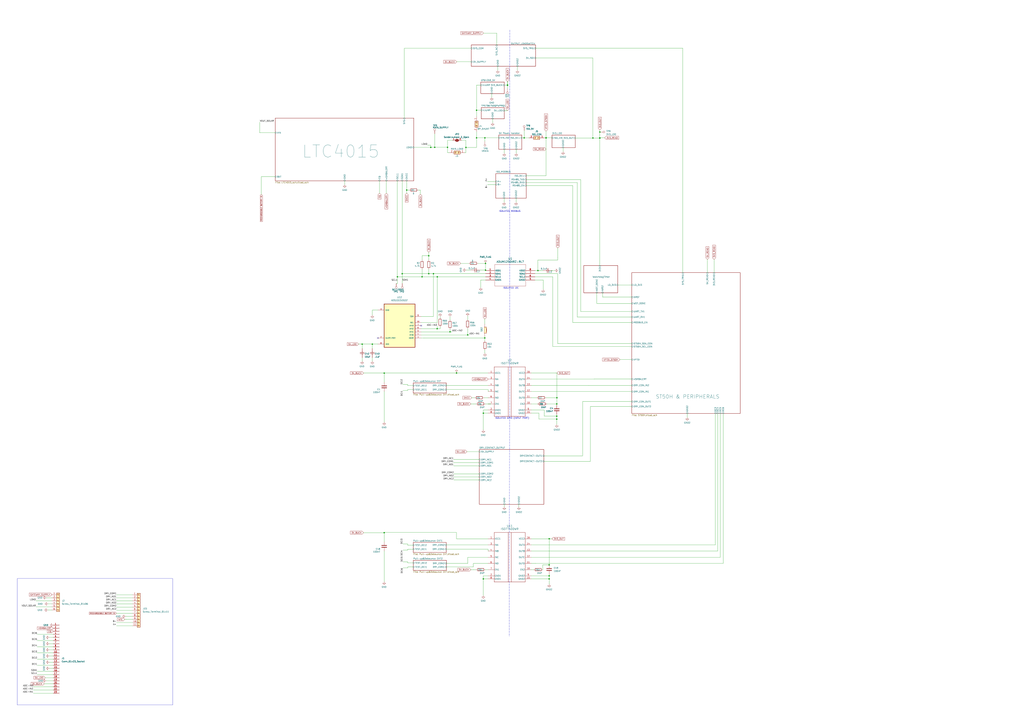
<source format=kicad_sch>
(kicad_sch (version 20231120) (generator "eeschema") (generator_version "8.0")
  (paper "A1")
  (title_block (title "packetRFMS") (date "2024-03-21") (rev "PCB_00132_6A_2124") (company "Packetworx Inc."))
  (junction (at 457.2657 344.4917))
  (junction (at 416.7934 69.9596))
  (junction (at 398.1457 277.7292))
  (junction (at 451.0025 464.2381))
  (junction (at 297.4276 282.8446))
  (junction (at 492.6455 113.396))
  (junction (at 359.0178 270.1739))
  (junction (at 315.5515 306.6443))
  (junction (at 330.2881 224.9531))
  (junction (at 486.9707 113.396))
  (junction (at 356.0023 224.9531))
  (junction (at 396.9635 475.7724))
  (junction (at 457.4197 326.8743))
  (junction (at 448.4365 113.3199))
  (junction (at 334.0051 156.1785))
  (junction (at 457.2693 331.9442))
  (junction (at 451.0025 473.2324))
  (junction (at 451.0025 475.7724))
  (junction (at 448.4365 113.2979))
  (junction (at 396.9881 339.5743))
  (junction (at 357.0378 121.0976))
  (junction (at 398.7384 216.4538))
  (junction (at 369.597 272.6975))
  (junction (at 353.8145 121.125))
  (junction (at 492.6543 113.396))
  (junction (at 384.0715 275.2172))
  (junction (at 326.3824 227.4931))
  (junction (at 391.37 113.2948))
  (junction (at 374.9394 306.5543))
  (junction (at 305.8017 282.8446))
  (junction (at 346.6295 227.4931))
  (junction (at 382.6712 121.1611))
  (junction (at 441.7985 222.3791))
  (junction (at 398.2591 113.2948))
  (junction (at 359.1617 227.4931))
  (junction (at 398.7384 221.9952))
  (junction (at 451.0552 442.7524))
  (junction (at 391.37 90.628))
  (junction (at 352.1398 210.2016))
  (junction (at 492.6732 108.4794))
  (junction (at 352.1413 224.9531))
  (junction (at 315.5269 437.7624))
  (junction (at 457.2657 342.0381))
  (junction (at 367.5337 121.0976))
  (junction (at 430.4871 113.314))
  (junction (at 416.8394 69.9596))
  (no_connect (at 345.9318 267.6339))
  (no_connect (at 310.3718 277.7939))
  (wire (pts (xy 369.597 270.4929) (xy 369.597 272.6975)))
  (wire (pts (xy 442.6515 339.5743) (xy 442.6515 344.4917)))
  (wire (pts (xy 398.2591 113.2948) (xy 409.6467 113.2948)))
  (wire (pts (xy 386.6774 331.9335) (xy 389.2174 331.9335)))
  (wire (pts (xy 408.8234 54.5548) (xy 408.8234 57.6816)))
  (wire (pts (xy 334.9038 462.6737) (xy 339.3815 462.6737)))
  (wire (pts (xy 388.7812 465.9582) (xy 388.7812 463.0724)))
  (wire (pts (xy 438.2056 468.1524) (xy 438.2056 468.1774)))
  (wire (pts (xy 315.5626 321.7416) (xy 315.5515 321.7416)))
  (wire (pts (xy 345.2754 156.1785) (xy 343.6314 156.1785)))
  (wire (pts (xy 441.7985 213.674) (xy 458.0658 213.674)))
  (wire (pts (xy 330.3848 225.0643) (xy 330.2881 225.0643)))
  (wire (pts (xy 439.3784 230.0331) (xy 446.0557 230.0331)))
  (wire (pts (xy 396.9881 337.0343) (xy 400.8529 337.0343)))
  (wire (pts (xy 374.9148 437.6724) (xy 315.5269 437.6724)))
  (wire (pts (xy 416.7934 66.9768) (xy 416.8394 66.9768)))
  (wire (pts (xy 587.5641 339.8822) (xy 587.5641 447.8324)))
  (wire (pts (xy 509.1455 295.5905) (xy 518.8755 295.5905)))
  (wire (pts (xy 346.6295 227.4931) (xy 359.1617 227.4931)))
  (wire (pts (xy 40.5607 539.1478) (xy 43.6875 539.1478)))
  (wire (pts (xy 103.6842 509.1088) (xy 108.8024 509.1088)))
  (wire (pts (xy 446.0557 230.0331) (xy 446.0557 237.8233)))
  (wire (pts (xy 424.0224 122.7677) (xy 424.0224 125.8945)))
  (wire (pts (xy 400.4232 151.6) (xy 407.261 151.6)))
  (wire (pts (xy 384.2529 457.9924) (xy 400.8283 457.9924)))
  (wire (pts (xy 457.9561 224.9531) (xy 439.3784 224.9531)))
  (wire (pts (xy 345.9318 275.2539) (xy 384.0715 275.2539)))
  (wire (pts (xy 439.8237 47.6383) (xy 486.9707 47.6383)))
  (wire (pts (xy 454.0949 284.8602) (xy 518.8755 284.8602)))
  (wire (pts (xy 455.4253 222.3587) (xy 452.8199 222.3587)))
  (wire (pts (xy 432.0702 150.0022) (xy 474.1149 150.0022)))
  (wire (pts (xy 334.9038 461.7595) (xy 334.9038 462.6737)))
  (wire (pts (xy 366.6019 316.7143) (xy 366.6019 316.7453)))
  (wire (pts (xy 346.6295 210.2016) (xy 352.1398 210.2016)))
  (wire (pts (xy 30.5371 554.3878) (xy 43.6875 554.3878)))
  (wire (pts (xy 518.8755 321.7943) (xy 518.8755 321.8511)))
  (wire (pts (xy 457.4197 331.9442) (xy 457.2693 331.9442)))
  (wire (pts (xy 398.2487 277.7292) (xy 398.2487 280.0685)))
  (wire (pts (xy 492.6543 108.4794) (xy 492.6732 108.4794)))
  (wire (pts (xy 95.652 493.8688) (xy 108.8024 493.8688)))
  (wire (pts (xy 29.4695 493.7525) (xy 42.6199 493.7525)))
  (wire (pts (xy 487.9143 311.6343) (xy 487.9143 311.603)))
  (wire (pts (xy 103.6842 509.1166) (xy 103.6842 509.1088)))
  (wire (pts (xy 430.4871 107.2589) (xy 430.4871 113.314)))
  (wire (pts (xy 453.3534 442.7524) (xy 451.0552 442.7524)))
  (wire (pts (xy 457.4197 326.8743) (xy 457.4197 331.9442)))
  (wire (pts (xy 372.5361 382.7664) (xy 393.7164 382.7664)))
  (wire (pts (xy 366.6832 463.0148) (xy 384.2529 463.0148)))
  (wire (pts (xy 440.0578 463.0551) (xy 593.9257 463.0551)))
  (wire (pts (xy 398.7384 221.9952) (xy 398.7384 222.4131)))
  (wire (pts (xy 42.6199 501.3725) (xy 39.2448 501.3725)))
  (wire (pts (xy 454.0949 227.4931) (xy 454.0949 284.8602)))
  (wire (pts (xy 391.37 108.3455) (xy 391.37 113.2948)))
  (wire (pts (xy 457.9561 282.3564) (xy 457.9561 224.9531)))
  (wire (pts (xy 416.7934 72.8698) (xy 416.8639 69.9596)))
  (wire (pts (xy 384.2529 463.0148) (xy 384.2529 457.9924)))
  (wire (pts (xy 339.2756 448.0407) (xy 339.2756 448.026)))
  (wire (pts (xy 384.0715 275.2172) (xy 384.0715 275.2539)))
  (wire (pts (xy 451.0025 471.8581) (xy 451.0025 473.2324)))
  (wire (pts (xy 332.0306 97.0353) (xy 332.0306 39.7385)))
  (wire (pts (xy 507.4163 234.2111) (xy 518.8755 234.2111)))
  (wire (pts (xy 40.5607 534.0678) (xy 43.6875 534.0678)))
  (wire (pts (xy 357.0378 121.0976) (xy 367.5337 121.0976)))
  (wire (pts (xy 484.9372 334.0748) (xy 518.8755 334.0748)))
  (wire (pts (xy 336.0114 156.1785) (xy 334.0051 156.1785)))
  (wire (pts (xy 339.3815 462.6737) (xy 339.3815 462.659)))
  (wire (pts (xy 297.4276 286.3452) (xy 297.4276 282.8446)))
  (wire (pts (xy 351.0589 119.4496) (xy 353.8145 119.4496)))
  (wire (pts (xy 391.37 69.9709) (xy 391.37 90.628)))
  (wire (pts (xy 391.37 90.628) (xy 391.37 95.6455)))
  (wire (pts (xy 298.5864 306.6443) (xy 315.5515 306.6443)))
  (wire (pts (xy 38.041 559.4678) (xy 43.6875 559.4678)))
  (wire (pts (xy 486.9707 47.6383) (xy 486.9707 113.396)))
  (wire (pts (xy 414.1929 414.4855) (xy 414.2024 414.4855)))
  (wire (pts (xy 387.0679 50.8243) (xy 387.0679 50.8063)))
  (wire (pts (xy 345.2754 159.7112) (xy 345.2754 156.1785)))
  (wire (pts (xy 40.5607 544.2278) (xy 43.6875 544.2278)))
  (wire (pts (xy 372.5361 377.6864) (xy 393.7164 377.6864)))
  (wire (pts (xy 442.6515 344.4917) (xy 457.2657 344.4917)))
  (wire (pts (xy 436.3883 475.7724) (xy 451.0025 475.7724)))
  (wire (pts (xy 346.6295 221.2469) (xy 346.6295 227.4931)))
  (wire (pts (xy 382.6712 125.3315) (xy 381.7262 125.3315)))
  (wire (pts (xy 403.0677 331.9543) (xy 400.8529 331.9543)))
  (wire (pts (xy 398.1457 277.7292) (xy 398.2487 277.7292)))
  (wire (pts (xy 359.1617 227.4931) (xy 398.7384 227.4931)))
  (wire (pts (xy 492.6543 113.396) (xy 492.6543 218.2473)))
  (wire (pts (xy 382.8083 221.9983) (xy 385.3483 221.9983)))
  (wire (pts (xy 451.0025 473.2324) (xy 451.0025 475.7724)))
  (wire (pts (xy 384.0715 270.1155) (xy 384.0715 275.2172)))
  (wire (pts (xy 396.9635 473.2324) (xy 396.9635 475.7724)))
  (wire (pts (xy 384.0629 262.4955) (xy 384.0715 262.4955)))
  (wire (pts (xy 359.1617 265.0939) (xy 359.1617 227.4931)))
  (wire (pts (xy 451.0178 480.052) (xy 451.0178 475.7724)))
  (wire (pts (xy 398.601 468.1524) (xy 400.8283 468.1524)))
  (wire (pts (xy 95.652 491.3288) (xy 108.8024 491.3288)))
  (wire (pts (xy 400.8529 339.5743) (xy 396.9881 339.5743)))
  (wire (pts (xy 95.652 514.1888) (xy 108.8024 514.1888)))
  (wire (pts (xy 394.3655 221.9952) (xy 398.7384 221.9952)))
  (wire (pts (xy 352.1413 224.9531) (xy 356.0023 224.9531)))
  (wire (pts (xy 366.5773 451.3252) (xy 400.8283 451.3252)))
  (wire (pts (xy 367.5337 115.3454) (xy 367.5337 121.0976)))
  (wire (pts (xy 400.8283 447.8324) (xy 366.5773 447.8324)))
  (wire (pts (xy 416.8394 69.9596) (xy 416.7934 69.9596)))
  (wire (pts (xy 483.4916 316.7143) (xy 436.4129 316.7143)))
  (wire (pts (xy 339.8788 121.125) (xy 353.8145 121.125)))
  (wire (pts (xy 432.0702 144.4987) (xy 448.4365 144.4987)))
  (wire (pts (xy 305.8017 296.7605) (xy 305.8087 296.7605)))
  (wire (pts (xy 389.1928 468.1524) (xy 390.981 468.1524)))
  (wire (pts (xy 297.4276 296.7262) (xy 297.4003 296.7262)))
  (wire (pts (xy 334.9038 465.9876) (xy 339.3815 465.9876)))
  (wire (pts (xy 331.064 466.7532) (xy 334.9038 466.7532)))
  (wire (pts (xy 593.9257 463.0551) (xy 593.9257 339.8822)))
  (wire (pts (xy 430.4871 113.3199) (xy 430.4871 113.314)))
  (wire (pts (xy 382.6712 121.1611) (xy 382.6712 125.3315)))
  (wire (pts (xy 391.37 121.1611) (xy 382.6712 121.1611)))
  (wire (pts (xy 492.6455 113.396) (xy 492.6543 113.396)))
  (wire (pts (xy 457.281 348.7713) (xy 457.281 344.4917)))
  (wire (pts (xy 345.9318 272.7139) (xy 369.597 272.7139)))
  (wire (pts (xy 518.8755 265.0207) (xy 470.3692 265.0207)))
  (wire (pts (xy 436.3883 452.9124) (xy 589.4019 452.9124)))
  (wire (pts (xy 348.1568 277.7292) (xy 348.1568 277.7939)))
  (wire (pts (xy 315.5515 306.6443) (xy 315.5515 306.5543)))
  (wire (pts (xy 366.6832 465.9582) (xy 388.7812 465.9582)))
  (wire (pts (xy 403.8578 76.8469) (xy 403.8578 79.9737)))
  (wire (pts (xy 457.281 344.4917) (xy 457.2657 344.4917)))
  (wire (pts (xy 330.2881 224.9531) (xy 352.1413 224.9531)))
  (wire (pts (xy 305.8017 293.9652) (xy 305.8017 296.7605)))
  (wire (pts (xy 387.3905 326.8727) (xy 389.8291 326.8727)))
  (wire (pts (xy 448.4365 113.2979) (xy 448.4365 113.3199)))
  (wire (pts (xy 95.652 511.6488) (xy 108.8024 511.6488)))
  (wire (pts (xy 326.3824 227.4931) (xy 346.6295 227.4931)))
  (wire (pts (xy 492.6732 106.7229) (xy 492.6732 108.4794)))
  (wire (pts (xy 396.9635 473.2324) (xy 400.8283 473.2324)))
  (wire (pts (xy 441.7985 213.674) (xy 441.7985 222.3791)))
  (wire (pts (xy 332.0306 39.7385) (xy 387.0679 39.7385)))
  (wire (pts (xy 396.9635 475.7724) (xy 396.9635 489.3797)))
  (wire (pts (xy 95.652 504.0288) (xy 108.8024 504.0288)))
  (wire (pts (xy 95.652 501.4888) (xy 108.8024 501.4888)))
  (wire (pts (xy 330.9352 316.0084) (xy 334.8225 316.0084)))
  (wire (pts (xy 436.4129 321.7943) (xy 518.8755 321.7943)))
  (wire (pts (xy 40.5607 523.9078) (xy 43.6875 523.9078)))
  (wire (pts (xy 382.6712 115.3454) (xy 382.6712 121.1611)))
  (wire (pts (xy 518.8755 249.3403) (xy 490.1519 249.3403)))
  (wire (pts (xy 436.3883 468.1524) (xy 438.2056 468.1524)))
  (wire (pts (xy 458.0658 211.575) (xy 458.0767 211.575)))
  (wire (pts (xy 369.0262 125.3315) (xy 367.5337 125.3315)))
  (wire (pts (xy 102.3407 509.1166) (xy 103.6842 509.1166)))
  (wire (pts (xy 476.8619 255.9782) (xy 518.8755 255.9782)))
  (wire (pts (xy 586.447 213.1597) (xy 586.447 224.0548)))
  (wire (pts (xy 400.8283 451.3252) (xy 400.8283 452.9124)))
  (wire (pts (xy 414.2431 69.9596) (xy 416.7934 69.9596)))
  (wire (pts (xy 457.4197 306.56) (xy 456.312 306.56)))
  (wire (pts (xy 384.0629 259.8019) (xy 384.0629 262.4955)))
  (wire (pts (xy 436.3883 447.8324) (xy 587.5641 447.8324)))
  (wire (pts (xy 297.4276 293.9652) (xy 297.4276 296.7262)))
  (wire (pts (xy 283.0603 148.6429) (xy 283.0603 151.7697)))
  (wire (pts (xy 385.3483 221.9983) (xy 385.3483 221.9952)))
  (wire (pts (xy 436.4129 326.8743) (xy 440.829 326.8743)))
  (wire (pts (xy 486.9707 113.396) (xy 492.6455 113.396)))
  (wire (pts (xy 400.8283 442.7524) (xy 374.9148 442.7524)))
  (wire (pts (xy 518.8755 282.3564) (xy 457.9561 282.3564)))
  (wire (pts (xy 398.1457 262.1411) (xy 398.2144 262.1411)))
  (wire (pts (xy 458.0658 211.575) (xy 458.0658 213.674)))
  (wire (pts (xy 386.6528 468.1592) (xy 389.1928 468.1592)))
  (wire (pts (xy 456.312 306.5543) (xy 436.4129 306.5543)))
  (wire (pts (xy 353.8145 119.4496) (xy 353.8145 121.125)))
  (wire (pts (xy 346.6295 213.6269) (xy 346.6295 210.2016)))
  (wire (pts (xy 345.9318 260.0139) (xy 356.0023 260.0139)))
  (wire (pts (xy 428.6412 113.314) (xy 430.4871 113.314)))
  (wire (pts (xy 436.4129 331.9442) (xy 436.4129 331.9543)))
  (wire (pts (xy 213.2325 109.1378) (xy 226.1059 109.1378)))
  (wire (pts (xy 40.5607 528.9878) (xy 43.6875 528.9878)))
  (wire (pts (xy 359.0178 270.1739) (xy 361.4374 270.1739)))
  (wire (pts (xy 367.5337 125.3315) (xy 367.5337 121.0976)))
  (wire (pts (xy 226.1059 145.2314) (xy 214.6099 145.2314)))
  (wire (pts (xy 398.2591 116.1425) (xy 398.2591 113.2948)))
  (wire (pts (xy 400.8283 475.7724) (xy 396.9635 475.7724)))
  (wire (pts (xy 330.9106 447.1265) (xy 334.7979 447.1265)))
  (wire (pts (xy 334.8225 321.0021) (xy 334.8225 320.2365)))
  (wire (pts (xy 457.4197 306.56) (xy 457.4197 326.8743)))
  (wire (pts (xy 330.2881 224.9531) (xy 330.2881 225.0643)))
  (wire (pts (xy 414.1759 90.8277) (xy 416.7967 90.8277)))
  (wire (pts (xy 446.7377 374.6092) (xy 478.4531 374.6092)))
  (wire (pts (xy 394.8321 230.0331) (xy 394.8321 236.278)))
  (wire (pts (xy 445.8256 464.2381) (xy 451.0025 464.2381)))
  (wire (pts (xy 398.6256 331.9267) (xy 403.0677 331.9267)))
  (wire (pts (xy 400.8529 316.7143) (xy 366.6019 316.7143)))
  (wire (pts (xy 214.6099 145.2314) (xy 214.6099 159.7333)))
  (wire (pts (xy 315.5269 437.7624) (xy 315.5269 445.2397)))
  (wire (pts (xy 440.0578 463.0551) (xy 440.0578 463.0724)))
  (wire (pts (xy 457.2657 340.5774) (xy 457.2657 342.0381)))
  (wire (pts (xy 452.8199 222.3587) (xy 452.8199 222.3791)))
  (wire (pts (xy 398.7384 230.0331) (xy 394.8321 230.0331)))
  (wire (pts (xy 432.0702 147.5611) (xy 476.8619 147.5611)))
  (wire (pts (xy 457.2693 332.9574) (xy 457.2657 332.9574)))
  (wire (pts (xy 451.0552 464.2381) (xy 451.0552 442.7524)))
  (wire (pts (xy 339.3002 316.9226) (xy 339.3002 316.9079)))
  (wire (pts (xy 334.7979 448.0407) (xy 339.2756 448.0407)))
  (wire (pts (xy 226.1059 109.1378) (xy 226.1059 109.0984)))
  (wire (pts (xy 30.5371 531.5278) (xy 43.6875 531.5278)))
  (wire (pts (xy 398.7384 216.4538) (xy 398.7384 221.9952)))
  (wire (pts (xy 315.538 477.9975) (xy 315.538 452.8597)))
  (wire (pts (xy 355.0401 121.125) (xy 355.0401 121.0976)))
  (wire (pts (xy 436.3883 473.2324) (xy 451.0025 473.2324)))
  (wire (pts (xy 294.4303 282.8446) (xy 297.4276 282.8446)))
  (wire (pts (xy 361.4367 260.2596) (xy 361.4367 261.0314)))
  (wire (pts (xy 367.5337 115.3454) (xy 371.5036 115.3454)))
  (wire (pts (xy 518.8755 260.5718) (xy 474.1149 260.5718)))
  (wire (pts (xy 315.5269 437.7624) (xy 315.5269 437.6724)))
  (wire (pts (xy 448.4365 107.7496) (xy 448.4365 113.2979)))
  (wire (pts (xy 40.5607 549.3078) (xy 43.6875 549.3078)))
  (wire (pts (xy 391.37 113.2948) (xy 398.2591 113.2948)))
  (wire (pts (xy 103.1381 506.5688) (xy 108.8024 506.5688)))
  (wire (pts (xy 317.3572 148.6429) (xy 317.4264 148.6429)))
  (wire (pts (xy 518.8755 244.2279) (xy 494.878 244.2279)))
  (wire (pts (xy 400.3146 149.1146) (xy 407.261 149.1146)))
  (wire (pts (xy 30.5371 541.6878) (xy 43.6875 541.6878)))
  (wire (pts (xy 326.4317 227.6043) (xy 326.4317 232.9678)))
  (wire (pts (xy 564.4258 339.8822) (xy 564.4258 343.009)))
  (wire (pts (xy 374.9394 306.5543) (xy 315.5515 306.5543)))
  (wire (pts (xy 348.1568 277.7939) (xy 345.9318 277.7939)))
  (wire (pts (xy 400.8529 306.5543) (xy 374.9394 306.5543)))
  (wire (pts (xy 326.4317 227.6043) (xy 326.3611 227.6043)))
  (wire (pts (xy 355.0401 121.0976) (xy 357.0378 121.0976)))
  (wire (pts (xy 326.3611 227.4931) (xy 326.3824 227.4931)))
  (wire (pts (xy 398.1457 266.2724) (xy 398.1457 262.1411)))
  (wire (pts (xy 462.4353 121.4215) (xy 462.4353 124.5483)))
  (wire (pts (xy 458.0767 211.575) (xy 458.0767 203.7654)))
  (wire (pts (xy 369.5884 262.8729) (xy 369.597 262.8729)))
  (wire (pts (xy 326.3611 227.4931) (xy 326.3611 227.6043)))
  (wire (pts (xy 334.0051 156.1785) (xy 334.0051 158.8356)))
  (wire (pts (xy 518.8755 316.6873) (xy 483.4916 316.6873)))
  (wire (pts (xy 357.0378 109.9171) (xy 357.0378 121.0976)))
  (wire (pts (xy 446.7377 379.103) (xy 484.9372 379.103)))
  (wire (pts (xy 371.313 272.6975) (xy 369.597 272.6975)))
  (wire (pts (xy 305.8017 282.8446) (xy 310.3718 282.8446)))
  (wire (pts (xy 394.8984 69.9709) (xy 391.37 69.9709)))
  (wire (pts (xy 330.9581 452.1202) (xy 334.7979 452.1202)))
  (wire (pts (xy 457.2693 331.9442) (xy 457.2693 332.9574)))
  (wire (pts (xy 448.4365 144.4987) (xy 448.4365 113.3199)))
  (wire (pts (xy 392.6483 216.4538) (xy 398.7384 216.4538)))
  (wire (pts (xy 345.9318 265.0939) (xy 359.1617 265.0939)))
  (wire (pts (xy 317.3572 158.8356) (xy 317.3572 148.6429)))
  (wire (pts (xy 305.7873 258.8694) (xy 305.7873 254.9339)))
  (wire (pts (xy 29.4695 498.8325) (xy 42.6199 498.8325)))
  (wire (pts (xy 374.9148 442.7524) (xy 374.9148 437.6724)))
  (wire (pts (xy 334.7979 451.3546) (xy 339.2756 451.3546)))
  (wire (pts (xy 436.4129 339.5743) (xy 442.6515 339.5743)))
  (wire (pts (xy 352.1398 213.6269) (xy 352.1413 213.6269)))
  (wire (pts (xy 391.37 113.2948) (xy 391.37 121.1611)))
  (wire (pts (xy 326.3824 227.4931) (xy 326.3824 148.6429)))
  (wire (pts (xy 30.5371 521.3678) (xy 43.6875 521.3678)))
  (wire (pts (xy 27.3734 569.6278) (xy 43.6875 569.6278)))
  (wire (pts (xy 432.0702 152.4875) (xy 470.3692 152.4875)))
  (wire (pts (xy 310.3718 282.8446) (xy 310.3718 282.8739)))
  (wire (pts (xy 30.5371 546.7678) (xy 43.6875 546.7678)))
  (wire (pts (xy 398.2487 287.6885) (xy 398.2487 290.2406)))
  (wire (pts (xy 474.1149 260.5718) (xy 474.1149 150.0022)))
  (wire (pts (xy 315.538 452.8597) (xy 315.5269 452.8597)))
  (wire (pts (xy 436.3883 457.9924) (xy 591.5224 457.9924)))
  (wire (pts (xy 439.3784 227.4931) (xy 454.0949 227.4931)))
  (wire (pts (xy 396.9881 339.5743) (xy 396.9881 353.1816)))
  (wire (pts (xy 315.5626 346.8794) (xy 315.5626 321.7416)))
  (wire (pts (xy 375.1029 50.8243) (xy 387.0679 50.8243)))
  (wire (pts (xy 393.7164 377.6864) (xy 393.7164 377.7234)))
  (wire (pts (xy 440.0578 463.0724) (xy 436.3883 463.0724)))
  (wire (pts (xy 298.5618 437.7624) (xy 315.5269 437.7624)))
  (wire (pts (xy 38.0698 491.2125) (xy 42.6199 491.2125)))
  (wire (pts (xy 476.8619 147.5611) (xy 476.8619 255.9782)))
  (wire (pts (xy 345.9318 270.1739) (xy 359.0178 270.1739)))
  (wire (pts (xy 30.5371 536.6078) (xy 43.6875 536.6078)))
  (wire (pts (xy 404.5539 97.6827) (xy 404.5539 100.8095)))
  (wire (pts (xy 352.1398 210.2016) (xy 352.1398 213.6269)))
  (wire (pts (xy 330.9827 321.0021) (xy 334.8225 321.0021)))
  (wire (pts (xy 484.9372 379.103) (xy 484.9372 334.0748)))
  (wire (pts (xy 436.4129 331.9442) (xy 441.4573 331.9442)))
  (wire (pts (xy 311.6896 158.8356) (xy 311.6896 148.6429)))
  (wire (pts (xy 413.988 162.9858) (xy 413.988 166.1126)))
  (wire (pts (xy 330.3848 232.9203) (xy 330.3848 225.0643)))
  (wire (pts (xy 356.0023 260.0139) (xy 356.0023 224.9531)))
  (wire (pts (xy 416.8394 66.9768) (xy 416.8394 69.9596)))
  (wire (pts (xy 331.0165 461.7595) (xy 334.9038 461.7595)))
  (wire (pts (xy 453.3497 113.2979) (xy 453.3497 113.396)))
  (wire (pts (xy 369.5884 260.1793) (xy 369.5884 262.8729)))
  (wire (pts (xy 416.7934 66.9768) (xy 416.7934 69.9596)))
  (wire (pts (xy 452.8199 222.3791) (xy 453.6234 222.3791)))
  (wire (pts (xy 356.0023 224.9531) (xy 398.7384 224.9531)))
  (wire (pts (xy 385.4499 275.2172) (xy 384.0715 275.2172)))
  (wire (pts (xy 27.4345 564.5478) (xy 43.6875 564.5478)))
  (wire (pts (xy 315.5515 306.6443) (xy 315.5515 314.1216)))
  (wire (pts (xy 297.4276 282.8446) (xy 305.8017 282.8446)))
  (wire (pts (xy 492.6543 113.396) (xy 492.6543 108.4794)))
  (wire (pts (xy 334.0051 148.6429) (xy 334.0051 156.1785)))
  (wire (pts (xy 348.1568 277.7292) (xy 398.1457 277.7292)))
  (wire (pts (xy 436.4129 311.6343) (xy 487.9143 311.6343)))
  (wire (pts (xy 451.0178 475.7724) (xy 451.0025 475.7724)))
  (wire (pts (xy 334.8225 320.2365) (xy 339.3002 320.2365)))
  (wire (pts (xy 334.9038 466.7532) (xy 334.9038 465.9876)))
  (wire (pts (xy 361.4374 270.1739) (xy 361.4374 268.6514)))
  (wire (pts (xy 334.7979 447.1265) (xy 334.7979 448.0407)))
  (wire (pts (xy 379.1236 115.3454) (xy 382.6712 115.3454)))
  (wire (pts (xy 30.5371 526.4478) (xy 43.6875 526.4478)))
  (wire (pts (xy 398.1457 276.4324) (xy 398.1457 277.7292)))
  (wire (pts (xy 426.1474 414.4855) (xy 426.1474 416.4702)))
  (wire (pts (xy 451.0025 464.2381) (xy 451.0552 464.2381)))
  (wire (pts (xy 456.312 306.56) (xy 456.312 306.5543)))
  (wire (pts (xy 397.4491 326.8727) (xy 400.8529 326.8727)))
  (wire (pts (xy 492.6455 113.2796) (xy 492.6455 113.396)))
  (wire (pts (xy 407.8978 36.9272) (xy 407.8978 27.1695)))
  (wire (pts (xy 398.2487 290.2406) (xy 398.313 290.2406)))
  (wire (pts (xy 478.4531 374.6092) (xy 478.4531 330.0804)))
  (wire (pts (xy 434.4219 113.3199) (xy 430.4871 113.3199)))
  (wire (pts (xy 483.4916 316.6873) (xy 483.4916 316.7143)))
  (wire (pts (xy 414.1695 122.7677) (xy 414.1695 125.8945)))
  (wire (pts (xy 445.8256 468.1774) (xy 445.8256 464.2381)))
  (wire (pts (xy 359.0178 268.1875) (xy 359.0178 270.1739)))
  (wire (pts (xy 416.8394 69.9596) (xy 416.8639 69.9596)))
  (wire (pts (xy 457.2657 342.0381) (xy 457.2657 344.4917)))
  (wire (pts (xy 366.6019 320.2071) (xy 400.8529 320.2071)))
  (wire (pts (xy 470.3692 265.0207) (xy 470.3692 152.4875)))
  (wire (pts (xy 581.0211 224.0548) (xy 580.9048 224.0548)))
  (wire (pts (xy 389.2174 331.9335) (xy 389.2174 331.9267)))
  (wire (pts (xy 352.1398 207.2553) (xy 352.1398 210.2016)))
  (wire (pts (xy 448.4365 113.2979) (xy 453.3497 113.2979)))
  (wire (pts (xy 447.1219 113.3199) (xy 448.4365 113.3199)))
  (wire (pts (xy 334.7979 452.1202) (xy 334.7979 451.3546)))
  (wire (pts (xy 369.597 272.6975) (xy 369.597 272.7139)))
  (wire (pts (xy 487.9143 311.603) (xy 518.8755 311.603)))
  (wire (pts (xy 449.0773 331.9442) (xy 457.2693 331.9442)))
  (wire (pts (xy 446.0034 222.3791) (xy 441.7985 222.3791)))
  (wire (pts (xy 372.6824 389.3622) (xy 393.7164 389.3622)))
  (wire (pts (xy 366.5773 447.8324) (xy 366.5773 447.8634)))
  (wire (pts (xy 37.1278 556.9278) (xy 43.6875 556.9278)))
  (wire (pts (xy 389.1928 468.1592) (xy 389.1928 468.1524)))
  (wire (pts (xy 397.0121 27.1695) (xy 407.8978 27.1695)))
  (wire (pts (xy 441.7985 222.3791) (xy 441.7985 222.4131)))
  (wire (pts (xy 451.0552 442.7524) (xy 436.3883 442.7524)))
  (wire (pts (xy 27.3728 567.0878) (xy 43.6875 567.0878)))
  (wire (pts (xy 439.8237 39.7002) (xy 560.8446 39.7002)))
  (wire (pts (xy 589.4019 339.8822) (xy 589.4019 452.9124)))
  (wire (pts (xy 95.652 496.4088) (xy 108.8024 496.4088)))
  (wire (pts (xy 95.652 498.9488) (xy 108.8024 498.9488)))
  (wire (pts (xy 305.7873 254.9339) (xy 310.3718 254.9339)))
  (wire (pts (xy 447.039 337.0343) (xy 447.039 342.0381)))
  (wire (pts (xy 325.3911 232.9678) (xy 326.4317 232.9678)))
  (wire (pts (xy 447.039 342.0381) (xy 457.2657 342.0381)))
  (wire (pts (xy 494.878 244.2279) (xy 494.878 240.6408)))
  (wire (pts (xy 581.0211 213.1597) (xy 581.0211 224.0548)))
  (wire (pts (xy 424.9801 54.5548) (xy 424.9801 57.6816)))
  (wire (pts (xy 409.6467 113.2948) (xy 409.6467 113.2253)))
  (wire (pts (xy 30.5371 551.8478) (xy 43.6875 551.8478)))
  (wire (pts (xy 378.2901 216.4538) (xy 385.0283 216.4538)))
  (wire (pts (xy 400.8529 320.2071) (xy 400.8529 321.7943)))
  (wire (pts (xy 423.8331 162.9858) (xy 423.8331 166.1126)))
  (wire (pts (xy 361.4367 261.0314) (xy 361.4374 261.0314)))
  (wire (pts (xy 372.5361 380.2264) (xy 393.7164 380.2264)))
  (wire (pts (xy 396.9881 337.0343) (xy 396.9881 339.5743)))
  (wire (pts (xy 334.8225 316.0084) (xy 334.8225 316.9226)))
  (polyline (pts (xy 418.8019 24.6215) (xy 418.3091 523.1742)) (stroke (width 0) (type dash)))
  (wire (pts (xy 388.7812 463.0724) (xy 400.8283 463.0724)))
  (wire (pts (xy 403.0677 331.9267) (xy 403.0677 331.9543)))
  (wire (pts (xy 496.5999 113.2796) (xy 492.6455 113.2796)))
  (wire (pts (xy 95.652 488.7888) (xy 108.8024 488.7888)))
  (wire (pts (xy 393.7164 371.2057) (xy 383.4652 371.2057)))
  (wire (pts (xy 414.1929 416.4702) (xy 414.1929 414.4855)))
  (wire (pts (xy 393.7164 394.4422) (xy 393.7164 394.5492)))
  (wire (pts (xy 39.4931 496.2925) (xy 42.6199 496.2925)))
  (wire (pts (xy 441.7985 222.4131) (xy 439.3784 222.4131)))
  (wire (pts (xy 472.3997 113.396) (xy 486.9707 113.396)))
  (wire (pts (xy 372.6824 391.9022) (xy 393.7164 391.9022)))
  (wire (pts (xy 591.5224 339.8822) (xy 591.5224 457.9924)))
  (wire (pts (xy 334.8225 316.9226) (xy 339.3002 316.9226)))
  (wire (pts (xy 213.2325 100.4032) (xy 213.2325 109.1378)))
  (wire (pts (xy 372.6824 394.4422) (xy 393.7164 394.4422)))
  (wire (pts (xy 305.8017 286.3452) (xy 305.8017 282.8446)))
  (wire (pts (xy 353.8145 121.125) (xy 355.0401 121.125)))
  (wire (pts (xy 478.4531 330.0804) (xy 518.8755 330.0804)))
  (wire (pts (xy 560.8446 39.7002) (xy 560.8446 224.0548)))
  (wire (pts (xy 490.1519 249.3403) (xy 490.1519 240.6408)))
  (wire (pts (xy 352.1413 221.2469) (xy 352.1413 224.9531)))
  (wire (pts (xy 448.449 326.8743) (xy 457.4197 326.8743)))
  (wire (pts (xy 436.4129 337.0343) (xy 447.039 337.0343)))
  (wire (pts (xy 395.1972 90.628) (xy 391.37 90.628)))
  (wire (pts (xy 330.2881 148.6429) (xy 330.2881 224.9531)))
  (wire (pts (xy 389.2174 331.9267) (xy 391.0056 331.9267)))
  (wire (pts (xy 385.3483 221.9952) (xy 386.7455 221.9952)))
  (wire (pts (xy 36.315 562.0078) (xy 43.6875 562.0078)))
  (wire (pts (xy 400.8529 326.8727) (xy 400.8529 326.8743)))
  (rectangle (start 14.1699 475.4776) (end 141.8454 579.3704))
  (text "ISOLATED GPIO (INPUT PART)\n\n" (at 406.5816 346.5096 0) (effects (font (size 1.27 1.27)) (justify left bottom)))
  (text "ISOLATED I2C\n\n" (at 413.146 239.5607 0) (effects (font (size 1.27 1.27)) (justify left bottom)))
  (text "ISOLATED MODBUS\n" (at 409.8284 174.4518 0) (effects (font (size 1.27 1.27)) (justify left bottom)))
  (label "ADC-IN2" (at 27.3728 567.0878 180))
  (label "SDA1" (at 330.3848 231.0457 0))
  (label "SCL1" (at 326.4317 231.1641 180))
  (label "DCI2" (at 30.5371 541.6878 180))
  (label "DRY_NO1" (at 95.652 491.3288 180))
  (label "SDA1" (at 30.5371 551.8478 180))
  (label "A+" (at 400.3146 149.1146 90))
  (label "DCI3" (at 30.5371 536.6078 180))
  (label "DRY_COM1" (at 95.652 488.7888 180))
  (label "VOUT_SOLAR" (at 213.2325 100.4032 0))
  (label "B-" (at 400.4232 151.6 270))
  (label "DCI4" (at 30.5371 531.5278 180))
  (label "DCI4" (at 330.9581 452.1202 270))
  (label "SCL1" (at 30.5371 554.3878 180))
  (label "DRY_NC2" (at 372.6824 394.4422 180))
  (label "DRY_NC1" (at 95.652 493.8688 180))
  (label "B-" (at 95.652 511.6488 180))
  (label "LOAD" (at 29.4695 493.7525 180))
  (label "DCI6" (at 30.5371 521.3678 180))
  (label "DCI6" (at 331.064 466.7532 270))
  (label "DRY_NC2" (at 95.652 501.4888 180))
  (label "DCI1" (at 30.5371 546.7678 180))
  (label "ADC-IN2" (at 371.313 272.6975 0))
  (label "ADC-IN1" (at 27.3734 569.6278 180))
  (label "DRY_NO1" (at 372.5361 382.7664 180))
  (label "DCI5" (at 30.5371 526.4478 180))
  (label "DCI2" (at 330.9352 316.0084 90))
  (label "DRY_NC1" (at 372.5361 377.6864 180))
  (label "DRY_COM2" (at 95.652 498.9488 180))
  (label "DRY_NO2" (at 372.6824 391.9022 180))
  (label "DRY_COM1" (at 372.5361 380.2264 180))
  (label "DRY_NO2" (at 95.652 496.4088 180))
  (label "A+" (at 95.652 514.1888 180))
  (label "VOUT_SOLAR" (at 29.4695 498.8325 180))
  (label "LOAD" (at 351.0589 119.4496 180))
  (label "DCI1" (at 330.9827 321.0021 270))
  (label "ADC-IN1" (at 385.4499 275.2172 0))
  (label "ADC-IN3" (at 27.4345 564.5478 180))
  (label "DCI3" (at 330.9106 447.1265 90))
  (label "ADC-IN3" (at 359.0178 268.1875 180))
  (label "DRY_COM2" (at 372.6824 389.3622 180))
  (label "DCI5" (at 331.0165 461.7595 90))
  (global_label "5V_LDO" (shape input) (at 383.4652 371.2057 180) (property "Intersheetrefs" "${INTERSHEET_REFS}" (effects (hide yes))))
  (global_label "3V_BUCK" (shape input) (at 386.6774 331.9335 180) (property "Intersheetrefs" "${INTERSHEET_REFS}" (effects (hide yes))))
  (global_label "GATEWAY_SUPPLY" (shape input) (at 397.0121 27.1695 180) (property "Intersheetrefs" "${INTERSHEET_REFS}" (effects (hide yes))))
  (global_label "NTC" (shape input) (at 102.3407 509.1166 180) (property "Intersheetrefs" "${INTERSHEET_REFS}" (effects (hide yes))))
  (global_label "3V_BUCK" (shape input) (at 298.5618 437.7624 180) (property "Intersheetrefs" "${INTERSHEET_REFS}" (effects (hide yes))))
  (global_label "DVCC" (shape input) (at 334.0051 158.8356 270) (property "Intersheetrefs" "${INTERSHEET_REFS}" (effects (hide yes))))
  (global_label "3V_BUCK" (shape input) (at 352.1398 207.2553 90) (property "Intersheetrefs" "${INTERSHEET_REFS}" (effects (hide yes))))
  (global_label "3V_BUCK" (shape input) (at 298.5864 306.6443 180) (property "Intersheetrefs" "${INTERSHEET_REFS}" (effects (hide yes))))
  (global_label "nSMBALERT" (shape input) (at 400.8529 311.6343 180) (property "Intersheetrefs" "${INTERSHEET_REFS}" (effects (hide yes))))
  (global_label "3V3_READ" (shape input) (at 586.447 213.1597 90) (property "Intersheetrefs" "${INTERSHEET_REFS}" (effects (hide yes))))
  (global_label "3V3_OUT" (shape input) (at 458.0767 203.7654 90) (property "Intersheetrefs" "${INTERSHEET_REFS}" (effects (hide yes))))
  (global_label "nSMBALERT" (shape input) (at 317.3572 158.8356 270) (property "Intersheetrefs" "${INTERSHEET_REFS}" (effects (hide yes))))
  (global_label "5V_LDO" (shape input) (at 398.2144 262.1411 90) (property "Intersheetrefs" "${INTERSHEET_REFS}" (effects (hide yes))))
  (global_label "RECHARGEABLE BATTERY IN" (shape input) (at 214.6099 159.7333 270) (effects (font (size 1 1))) (property "Intersheetrefs" "${INTERSHEET_REFS}" (effects (hide yes))))
  (global_label "3V_BUCK" (shape input) (at 386.6528 468.1592 180) (property "Intersheetrefs" "${INTERSHEET_REFS}" (effects (hide yes))))
  (global_label "5V_READ" (shape input) (at 448.4365 122.5111 180) (property "Intersheetrefs" "${INTERSHEET_REFS}" (effects (hide yes))))
  (global_label "DVCC" (shape input) (at 387.3905 326.8727 180) (property "Intersheetrefs" "${INTERSHEET_REFS}" (effects (hide yes))))
  (global_label "GATEWAY_SUPPLY" (shape input) (at 42.6199 488.6725 180) (property "Intersheetrefs" "${INTERSHEET_REFS}" (effects (hide yes))))
  (global_label "3V_BUCK" (shape input) (at 416.8394 66.9768 90) (property "Intersheetrefs" "${INTERSHEET_REFS}" (effects (hide yes))))
  (global_label "RECHARGEABLE BATTERY IN" (shape input) (at 95.652 504.0288 180) (effects (font (size 1 1))) (property "Intersheetrefs" "${INTERSHEET_REFS}" (effects (hide yes))))
  (global_label "VFTDI_ST50H" (shape input) (at 509.1455 295.5905 180) (property "Intersheetrefs" "${INTERSHEET_REFS}" (effects (hide yes))))
  (global_label "3V3_OUT" (shape input) (at 457.4197 306.56 0) (property "Intersheetrefs" "${INTERSHEET_REFS}" (effects (hide yes))))
  (global_label "3V3_OUT" (shape input) (at 492.6732 106.7229 90) (property "Intersheetrefs" "${INTERSHEET_REFS}" (effects (hide yes))))
  (global_label "EQ" (shape input) (at 43.6875 518.8278 180) (property "Intersheetrefs" "${INTERSHEET_REFS}" (effects (hide yes))))
  (global_label "VFTDI_ST50H" (shape input) (at 448.4365 107.7496 90) (property "Intersheetrefs" "${INTERSHEET_REFS}" (effects (hide yes))))
  (global_label "nSMBALERT" (shape input) (at 43.6875 516.2878 180) (property "Intersheetrefs" "${INTERSHEET_REFS}" (effects (hide yes))))
  (global_label "5V_LDO" (shape input) (at 416.7967 90.8277 90) (property "Intersheetrefs" "${INTERSHEET_REFS}" (effects (hide yes))))
  (global_label "EQ" (shape input) (at 311.6896 158.8356 270) (property "Intersheetrefs" "${INTERSHEET_REFS}" (effects (hide yes))))
  (global_label "3V_BUCK" (shape input) (at 345.2754 159.7112 270) (property "Intersheetrefs" "${INTERSHEET_REFS}" (effects (hide yes))))
  (global_label "3V_BUCK" (shape input) (at 375.1029 50.8243 180) (property "Intersheetrefs" "${INTERSHEET_REFS}" (effects (hide yes))))
  (global_label "5V_LDO" (shape input) (at 294.4303 282.8446 180) (property "Intersheetrefs" "${INTERSHEET_REFS}" (effects (hide yes))))
  (global_label "3V_BUCK" (shape input) (at 36.315 562.0078 180) (property "Intersheetrefs" "${INTERSHEET_REFS}" (effects (hide yes))))
  (global_label "5V_LDO" (shape input) (at 37.1278 556.9278 180) (property "Intersheetrefs" "${INTERSHEET_REFS}" (effects (hide yes))))
  (global_label "3V3_READ" (shape input) (at 496.5999 113.2796 0) (property "Intersheetrefs" "${INTERSHEET_REFS}" (effects (hide yes))))
  (global_label "3V3_OUT" (shape input) (at 453.3534 442.7524 0) (property "Intersheetrefs" "${INTERSHEET_REFS}" (effects (hide yes))))
  (global_label "3V_BUCK" (shape input) (at 378.2901 216.4538 180) (property "Intersheetrefs" "${INTERSHEET_REFS}" (effects (hide yes))))
  (global_label "5V_READ" (shape input) (at 581.0211 213.1597 90) (property "Intersheetrefs" "${INTERSHEET_REFS}" (effects (hide yes))))
  (symbol (lib_id "power:GND") (at 39.2448 501.3725 270) (unit 1)
    (property "Reference" "#PWR044" (effects (hide yes)))
    (property "Value" "GND" (at 30.7647 501.3951 90) (effects (justify left)))
  )
  (symbol (lib_id "power:GND2") (at 424.9801 57.6816 0) (unit 1)
    (property "Reference" "#PWR024" (effects (hide yes)))
    (property "Value" "GND2" (at 424.9632 62.0663 0))
  )
  (symbol (lib_id "EK-ST50_SCH_V03-01-altium-import:1_CAP") (at 386.7455 221.9952 270) (unit 1)
    (property "Reference" "C2" (at 391.3808 223.8208 90) (effects (justify left bottom)))
    (property "Value" "0.1uF" (at 384.7483 221.1579 90) (effects (justify left bottom)))
    (property "Footprint" "Capacitor_SMD:C_0603_1608Metric" (effects (hide yes)))
    (property "Datasheet" "https://search.murata.co.jp/Ceramy/image/img/A01X/G101/ENG/GRM188R61E475KE11-01.pdf" (effects (hide yes)))
    (property "Manufacturer_Name" "Murata Electronics" (effects (hide yes)))
    (property "Manufacturer_Part_Number" "GRM188R61E475KE11D" (effects (hide yes)))
    (property "Price" "11.46000" (effects (hide yes)))
    (property "Purchase-URL" "https://www.digikey.ph/en/products/detail/murata-electronics/GRM188R61E475KE11D/3900450" (effects (hide yes)))
    (property "LCSC" "C1591" (effects (hide yes)))
  )
  (symbol (lib_id "Connector:Screw_Terminal_01x02") (at 376.6462 125.3315 270) (unit 1)
    (property "Reference" "J3" (at 375.2271 128.2617 90))
    (property "Value" "MAIN_LOAD" (at 375.3762 122.3414 90))
    (property "Footprint" "Connector_PinHeader_2.54mm:PinHeader_1x02_P2.54mm_Vertical" (effects (hide yes)))
    (property "Datasheet" "https://cdn.amphenol-cs.com/media/wysiwyg/files/drawing/10129380.pdf" (effects (hide yes)))
    (property "Manufacturer_Name" "Amphenol ICC (FCI)" (effects (hide yes)))
    (property "Manufacturer_Part_Number" "10129380-905002BLF" (effects (hide yes)))
    (property "Price" "7.13780" (effects (hide yes)))
    (property "Purchase-URL" "https://www.digikey.ph/en/products/detail/amphenol-cs-fci/10129380-905002BLF/7916044" (effects (hide yes)))
  )
  (symbol (lib_id "power:GND2") (at 455.4253 222.3587 90) (unit 1)
    (property "Reference" "#PWR027" (effects (hide yes)))
    (property "Value" "GND2" (at 459.81 222.3756 0))
  )
  (symbol (lib_id "power:GND") (at 413.988 166.1126 0) (unit 1)
    (property "Reference" "#PWR019" (effects (hide yes)))
    (property "Value" "GND" (at 413.988 170.556 0))
  )
  (symbol (lib_id "Device:R") (at 361.4374 264.8414 0) (unit 1)
    (property "Reference" "R69" (at 363.2154 263.673 0) (effects (justify left)))
    (property "Value" "100k" (at 363.2154 265.9844 0) (effects (justify left)))
    (property "Footprint" "Resistor_SMD:R_0603_1608Metric" (effects (hide yes)))
    (property "LCSC" "C105428" (effects (hide yes)))
  )
  (symbol (lib_id "Connector:TestPoint") (at 357.0378 109.9171 0) (unit 1)
    (property "Reference" "TP5" (at 355.5092 103.1344 0) (effects (justify left)))
    (property "Value" "MAIN_SUPPLY" (at 355.5092 104.8314 0) (effects (justify left)))
    (property "Footprint" "TestPoint:TestPoint_Pad_D1.0mm" (effects (hide yes)))
  )
  (symbol (lib_id "EK-ST50_SCH_V03-01-altium-import:0_SB_ON") (at 400.6857 268.8124 270) (unit 1)
    (property "Reference" "SB2" (at 394.8437 268.8124 0) (effects (justify left bottom)))
    (property "Footprint" "Jumper:SolderJumper-2_P1.3mm_Open_RoundedPad1.0x1.5mm" (effects (hide yes)))
    (property "Datasheet" "N/A" (effects (hide yes)))
    (property "Description" "N/A" (effects (hide yes)))
    (property "Availability" "N/A" (effects (hide yes)))
    (property "Manufacturer_Name" "N/A" (effects (hide yes)))
    (property "Manufacturer_Part_Number" "N/A" (effects (hide yes)))
    (property "Price" "N/A" (effects (hide yes)))
    (property "Purchase-URL" "N/A" (effects (hide yes)))
  )
  (symbol (lib_id "Connector:TestPoint") (at 325.3911 232.9678 180) (unit 1)
    (property "Reference" "TP1" (at 326.9197 239.7505 0) (effects (justify left)))
    (property "Value" "SCL1" (at 326.9197 238.0535 0) (effects (justify left)))
    (property "Footprint" "TestPoint:TestPoint_Pad_D1.0mm" (effects (hide yes)))
  )
  (symbol (lib_id "power:GND") (at 414.1695 125.8945 0) (unit 1)
    (property "Reference" "#PWR020" (effects (hide yes)))
    (property "Value" "GND" (at 414.1695 130.3379 0))
  )
  (symbol (lib_id "power:GND") (at 369.5884 260.1793 0) (mirror x) (unit 1)
    (property "Reference" "#PWR08" (effects (hide yes)))
    (property "Value" "GND" (at 369.7154 255.7851 0))
  )
  (symbol (lib_id "Connector:Screw_Terminal_01x11") (at 113.8824 501.4888 0) (unit 1)
    (property "Reference" "J15" (at 117.1701 500.2187 0) (effects (justify left)))
    (property "Value" "Screw_Terminal_01x11" (at 117.1701 502.7587 0) (effects (justify left)))
    (property "Footprint" "TerminalBlock_Phoenix:TerminalBlock_Phoenix_MKDS-1,5-11_1x11_P5.00mm_Horizontal" (effects (hide yes)))
    (property "Description" "Generic screw terminal, single row, 01x11, script generated (kicad-library-utils/schlib/autogen/connector/)" (effects (hide yes)))
  )
  (symbol (lib_id "EK-ST50_SCH_V03-01-altium-import:1_CAP") (at 305.8017 293.9652 0) (unit 1)
    (property "Reference" "C43" (at 307.8337 291.4252 0) (effects (justify left bottom)))
    (property "Value" ".1uF" (at 307.8337 293.9652 0) (effects (justify left bottom)))
    (property "Footprint" "Packetworx Footprints:100nF_0603" (effects (hide yes)))
    (property "Datasheet" "https://product.tdk.com/en/system/files?file=dam/doc/product/capacitor/ceramic/mlcc/specification/mlccspec_commercial_lowprofile_en.pdf" (effects (hide yes)))
    (property "Manufacturer_Name" "TDK Corporation" (effects (hide yes)))
    (property "Manufacturer_Part_Number" "CGB3B3JB1C105M055AB" (effects (hide yes)))
    (property "Price" "9.82000" (effects (hide yes)))
    (property "Purchase-URL" "https://www.digikey.ph/en/products/detail/tdk-corporation/CGB3B3JB1C105M055AB/3950471" (effects (hide yes)))
    (property "LCSC" "C1592" (effects (hide yes)))
  )
  (symbol (lib_id "power:PWR_FLAG") (at 398.7384 216.4538 0) (unit 1)
    (property "Reference" "#FLG02" (effects (hide yes)))
    (property "Value" "PWR_FLAG" (at 398.7384 211.2192 0))
  )
  (symbol (lib_id "power:GND") (at 283.0603 151.7697 0) (unit 1)
    (property "Reference" "#PWR011" (effects (hide yes)))
    (property "Value" "GND" (at 283.0603 156.2131 0))
  )
  (symbol (lib_id "Device:C") (at 457.2657 336.7674 0) (mirror y) (unit 1)
    (property "Reference" "C4" (at 454.3447 335.599 0) (effects (justify left)))
    (property "Value" "100nF" (at 454.3447 337.9104 0) (effects (justify left)))
    (property "Footprint" "Capacitor_SMD:C_0805_2012Metric_Pad1.18x1.45mm_HandSolder" (effects (hide yes)))
    (property "LCSC" "C49678" (effects (hide yes)))
  )
  (symbol (lib_id "Device:R") (at 393.6391 326.8727 270) (unit 1)
    (property "Reference" "R5" (at 391.5926 327.0231 90) (effects (justify left)))
    (property "Value" "DNP" (at 392.7202 329.703 90) (effects (justify left)))
    (property "Footprint" "Resistor_SMD:R_0603_1608Metric" (effects (hide yes)))
  )
  (symbol (lib_id "EK-ST50_SCH_V03-01-altium-import:1_CAP") (at 446.0034 222.3791 270) (unit 1)
    (property "Reference" "C3" (at 450.6387 224.2047 90) (effects (justify left bottom)))
    (property "Value" "0.1uF" (at 444.0062 221.5418 90) (effects (justify left bottom)))
    (property "Footprint" "Capacitor_SMD:C_0603_1608Metric" (effects (hide yes)))
    (property "Datasheet" "https://search.murata.co.jp/Ceramy/image/img/A01X/G101/ENG/GRM188R61E475KE11-01.pdf" (effects (hide yes)))
    (property "Manufacturer_Name" "Murata Electronics" (effects (hide yes)))
    (property "Manufacturer_Part_Number" "GRM188R61E475KE11D" (effects (hide yes)))
    (property "Price" "11.46000" (effects (hide yes)))
    (property "Purchase-URL" "https://www.digikey.ph/en/products/detail/murata-electronics/GRM188R61E475KE11D/3900450" (effects (hide yes)))
    (property "LCSC" "C1591" (effects (hide yes)))
  )
  (symbol (lib_id "power:GND") (at 396.9635 489.3797 0) (mirror y) (unit 1)
    (property "Reference" "#PWR071" (effects (hide yes)))
    (property "Value" "GND" (at 396.8365 493.7739 0))
  )
  (symbol (lib_id "power:GND") (at 398.313 290.2406 0) (mirror y) (unit 1)
    (property "Reference" "#PWR0123" (effects (hide yes)))
    (property "Value" "GND" (at 398.186 294.6348 0))
  )
  (symbol (lib_id "Connector:TestPoint") (at 492.6732 108.4794 270) (unit 1)
    (property "Reference" "TP9" (at 497.7962 107.8444 90) (effects (justify left)))
    (property "Value" "3V3_LDO" (at 497.7962 110.3844 90) (effects (justify left)))
    (property "Footprint" "TestPoint:TestPoint_Pad_D1.0mm" (effects (hide yes)))
  )
  (symbol (lib_id "Device:R") (at 398.2487 283.8785 0) (unit 1)
    (property "Reference" "R53" (at 400.0267 282.7101 0) (effects (justify left)))
    (property "Value" "10k" (at 400.0267 285.0215 0) (effects (justify left)))
    (property "Footprint" "Resistor_SMD:R_0603_1608Metric" (effects (hide yes)))
    (property "LCSC" "C105428" (effects (hide yes)))
  )
  (symbol (lib_id "Device:R") (at 346.6295 217.4369 0) (mirror x) (unit 1)
    (property "Reference" "R2" (at 344.8515 216.2685 0) (effects (justify right)))
    (property "Value" "4.7k" (at 344.8515 218.5799 0) (effects (justify right)))
    (property "Footprint" "Resistor_SMD:R_0603_1608Metric" (effects (hide yes)))
    (property "LCSC" "C105428" (effects (hide yes)))
  )
  (symbol (lib_id "power:GND") (at 40.5607 549.3078 270) (unit 1)
    (property "Reference" "#PWR0107" (effects (hide yes)))
    (property "Value" "GND" (at 36.1173 549.3078 0))
  )
  (symbol (lib_id "power:GND") (at 414.1929 416.4702 0) (mirror y) (unit 1)
    (property "Reference" "#PWR021" (effects (hide yes)))
    (property "Value" "GND" (at 414.0659 420.8644 0))
  )
  (symbol (lib_id "Device:R") (at 394.791 468.1524 270) (unit 1)
    (property "Reference" "R61" (at 392.7445 468.3028 90) (effects (justify left)))
    (property "Value" "DNP" (at 393.8721 470.9827 90) (effects (justify left)))
    (property "Footprint" "Resistor_SMD:R_0603_1608Metric" (effects (hide yes)))
  )
  (symbol (lib_id "power:GND2") (at 462.4353 124.5483 0) (unit 1)
    (property "Reference" "#PWR029" (effects (hide yes)))
    (property "Value" "GND2" (at 462.4184 128.933 0))
  )
  (symbol (lib_id "power:GND") (at 40.5607 544.2278 270) (unit 1)
    (property "Reference" "#PWR0103" (effects (hide yes)))
    (property "Value" "GND" (at 36.1173 544.2278 0))
  )
  (symbol (lib_id "power:GND") (at 40.5607 539.1478 270) (unit 1)
    (property "Reference" "#PWR0105" (effects (hide yes)))
    (property "Value" "GND" (at 36.1173 539.1478 0))
  )
  (symbol (lib_id "power:GND") (at 403.8578 79.9737 0) (unit 1)
    (property "Reference" "#PWR016" (effects (hide yes)))
    (property "Value" "GND" (at 403.8578 84.4171 0))
  )
  (symbol (lib_id "power:GND") (at 40.5607 534.0678 270) (unit 1)
    (property "Reference" "#PWR0104" (effects (hide yes)))
    (property "Value" "GND" (at 36.1173 534.0678 0))
  )
  (symbol (lib_id "Connector:Conn_01x24_Socket") (at 48.7675 541.6878 0) (unit 1)
    (property "Reference" "J1" (at 50.5683 541.0528 0) (effects (justify left)))
    (property "Value" "Conn_01x23_Socket" (at 50.5683 543.5928 0) (effects (justify left)))
    (property "Footprint" "TerminalBlock:TerminalBlock_Xinya_XY308-2.54-23P_1x23_P2.54mm_Horizontal" (effects (hide yes)))
  )
  (symbol (lib_id "power:GND") (at 38.0698 491.2125 270) (unit 1)
    (property "Reference" "#PWR04" (effects (hide yes)))
    (property "Value" "GND" (at 34.879 491.2125 90) (effects (justify right)))
  )
  (symbol (lib_id "Connector:Screw_Terminal_01x02") (at 442.0419 113.3199 270) (unit 1)
    (property "Reference" "J5" (at 440.7719 107.9307 90))
    (property "Value" "ISO_CON" (at 440.7719 110.4707 90))
    (property "Footprint" "Connector_PinHeader_2.54mm:PinHeader_1x02_P2.54mm_Vertical" (effects (hide yes)))
    (property "Datasheet" "https://cdn.amphenol-cs.com/media/wysiwyg/files/drawing/10129380.pdf" (effects (hide yes)))
    (property "Manufacturer_Name" "Amphenol ICC (FCI)" (effects (hide yes)))
    (property "Manufacturer_Part_Number" "10129380-905002BLF" (effects (hide yes)))
    (property "Price" "7.13780" (effects (hide yes)))
    (property "Purchase-URL" "https://www.digikey.ph/en/products/detail/amphenol-cs-fci/10129380-905002BLF/7916044" (effects (hide yes)))
  )
  (symbol (lib_id "power:GND2") (at 457.281 348.7713 0) (unit 1)
    (property "Reference" "#PWR028" (effects (hide yes)))
    (property "Value" "GND2" (at 457.2641 353.156 0))
  )
  (symbol (lib_id "Connector:TestPoint") (at 416.7934 72.8698 180) (unit 1)
    (property "Reference" "TP7" (at 418.322 79.6525 0) (effects (justify left)))
    (property "Value" "3V3" (at 418.322 77.9555 0) (effects (justify left)))
    (property "Footprint" "TestPoint:TestPoint_Pad_D1.0mm" (effects (hide yes)))
  )
  (symbol (lib_id "2023-07-17_08-59-46:ISO7740DWR") (at 418.6329 321.7943 0) (unit 1)
    (property "Reference" "U2" (at 418.6329 296.0041 0) (effects (font (size 1.524 1.524))))
    (property "Value" "ISO7740DWR" (at 418.6329 298.5441 0) (effects (font (size 1.524 1.524))))
    (property "Footprint" "PWX-Footprints-SNAP:DW0016B_N" (effects (hide yes)))
    (property "Datasheet" "ISO7740DWR" (effects (hide yes)))
    (property "LCSC" "C529547" (effects (hide yes)))
  )
  (symbol (lib_id "Connector:Screw_Terminal_01x02") (at 391.37 100.7255 0) (unit 1)
    (property "Reference" "J4" (at 393.2329 103.6546 0) (effects (justify left)))
    (property "Value" "BP_SHUNT" (at 392.1012 105.9181 0) (effects (justify left)))
    (property "Footprint" "Connector_PinHeader_2.54mm:PinHeader_1x02_P2.54mm_Vertical" (effects (hide yes)))
    (property "Datasheet" "https://cdn.amphenol-cs.com/media/wysiwyg/files/drawing/10129380.pdf" (effects (hide yes)))
    (property "Manufacturer_Name" "Amphenol ICC (FCI)" (effects (hide yes)))
    (property "Manufacturer_Part_Number" "10129380-905002BLF" (effects (hide yes)))
    (property "Price" "7.13780" (effects (hide yes)))
    (property "Purchase-URL" "https://www.digikey.ph/en/products/detail/amphenol-cs-fci/10129380-905002BLF/7916044" (effects (hide yes)))
  )
  (symbol (lib_id "power:GND") (at 40.5607 523.9078 270) (unit 1)
    (property "Reference" "#PWR05" (effects (hide yes)))
    (property "Value" "GND" (at 36.1173 523.9078 0))
  )
  (symbol (lib_id "Connector:TestPoint") (at 430.4871 107.2589 0) (unit 1)
    (property "Reference" "TP8" (at 431.9115 103.3219 0) (effects (justify left)))
    (property "Value" "ISO_5V" (at 431.9115 105.8619 0) (effects (justify left)))
    (property "Footprint" "TestPoint:TestPoint_Pad_D1.0mm" (effects (hide yes)))
  )
  (symbol (lib_id "power:GND") (at 394.8321 236.278 0) (mirror y) (unit 1)
    (property "Reference" "#PWR014" (effects (hide yes)))
    (property "Value" "GND" (at 394.7051 240.6722 0))
  )
  (symbol (lib_id "Jumper:SolderJumper_2_Open") (at 375.3136 115.3454 0) (unit 1)
    (property "Reference" "JP2" (at 375.3136 110.3121 0))
    (property "Value" "SolderJumper_2_Open" (at 374.9134 112.7363 0))
    (property "Footprint" "Jumper:SolderJumper-2_P1.3mm_Open_RoundedPad1.0x1.5mm" (effects (hide yes)))
  )
  (symbol (lib_id "power:GND") (at 315.538 477.9975 0) (mirror y) (unit 1)
    (property "Reference" "#PWR0112" (effects (hide yes)))
    (property "Value" "GND" (at 315.411 482.3917 0))
  )
  (symbol (lib_id "power:GND") (at 384.0629 259.8019 0) (mirror x) (unit 1)
    (property "Reference" "#PWR07" (effects (hide yes)))
    (property "Value" "GND" (at 384.1899 255.4077 0))
  )
  (symbol (lib_id "ADS1015IDGST:ADS1015IDGST") (at 328.1518 267.6339 180) (unit 1)
    (property "Reference" "U12" (at 328.1518 244.3055 0))
    (property "Value" "ADS1015IDGST" (at 328.1518 246.8455 0))
    (property "Footprint" "ADS1015IDGST:SOP50P490X110-10N" (effects (hide yes)))
  )
  (symbol (lib_id "2023-08-03_01-03-26:ADUM1250ARZ-RL7") (at 398.7384 222.4131 0) (unit 1)
    (property "Reference" "U1" (at 419.0584 212.5857 0) (effects (font (size 1.524 1.524))))
    (property "Value" "ADUM1250ARZ-RL7" (at 419.0584 215.1257 0) (effects (font (size 1.524 1.524))))
    (property "Footprint" "PWX-Footprints-SNAP:R_8_ADI-M" (effects (hide yes)))
    (property "Datasheet" "ADUM1250ARZ-RL7" (effects (hide yes)))
    (property "LCSC" "C13839" (effects (hide yes)))
  )
  (symbol (lib_id "power:GND") (at 404.5539 100.8095 0) (unit 1)
    (property "Reference" "#PWR017" (effects (hide yes)))
    (property "Value" "GND" (at 404.5539 105.2529 0))
  )
  (symbol (lib_id "power:GND") (at 305.7873 258.8694 0) (mirror y) (unit 1)
    (property "Reference" "#PWR0119" (effects (hide yes)))
    (property "Value" "GND" (at 305.6603 263.2636 0))
  )
  (symbol (lib_id "power:GND") (at 103.1381 506.5688 270) (unit 1)
    (property "Reference" "#PWR09" (effects (hide yes)))
    (property "Value" "GND" (at 99.06 506.5687 90) (effects (justify right)))
  )
  (symbol (lib_id "power:GND2") (at 564.4258 343.009 0) (unit 1)
    (property "Reference" "#PWR030" (effects (hide yes)))
    (property "Value" "GND2" (at 564.4089 347.3937 0))
  )
  (symbol (lib_id "power:GND2") (at 451.0178 480.052 0) (unit 1)
    (property "Reference" "#PWR0124" (effects (hide yes)))
    (property "Value" "GND2" (at 451.0009 484.4367 0))
  )
  (symbol (lib_id "EK-ST50_SCH_V03-01-altium-import:1_CAP") (at 297.4276 293.9652 0) (unit 1)
    (property "Reference" "C42" (at 299.4596 291.4252 0) (effects (justify left bottom)))
    (property "Value" "10uF" (at 299.4596 293.9652 0) (effects (justify left bottom)))
    (property "Footprint" "Packetworx Footprints:100nF_0603" (effects (hide yes)))
    (property "Datasheet" "https://product.tdk.com/en/system/files?file=dam/doc/product/capacitor/ceramic/mlcc/specification/mlccspec_commercial_lowprofile_en.pdf" (effects (hide yes)))
    (property "Manufacturer_Name" "TDK Corporation" (effects (hide yes)))
    (property "Manufacturer_Part_Number" "CGB3B3JB1C105M055AB" (effects (hide yes)))
    (property "Price" "9.82000" (effects (hide yes)))
    (property "Purchase-URL" "https://www.digikey.ph/en/products/detail/tdk-corporation/CGB3B3JB1C105M055AB/3950471" (effects (hide yes)))
    (property "LCSC" "C1592" (effects (hide yes)))
  )
  (symbol (lib_id "power:GND") (at 408.8234 57.6816 0) (unit 1)
    (property "Reference" "#PWR018" (effects (hide yes)))
    (property "Value" "GND" (at 408.8234 62.125 0))
  )
  (symbol (lib_id "Device:R") (at 388.8383 216.4538 270) (unit 1)
    (property "Reference" "R4" (at 386.7918 216.6042 90) (effects (justify left)))
    (property "Value" "0" (at 387.3948 214.3591 90) (effects (justify left)))
    (property "Footprint" "Resistor_SMD:R_0603_1608Metric" (effects (hide yes)))
    (property "LCSC" "C176152" (effects (hide yes)))
  )
  (symbol (lib_id "power:GND") (at 43.6875 513.7478 270) (unit 1)
    (property "Reference" "#PWR01" (effects (hide yes)))
    (property "Value" "GND" (at 39.7544 513.7477 90) (effects (justify right)))
  )
  (symbol (lib_id "power:GND") (at 39.4931 496.2925 270) (unit 1)
    (property "Reference" "#PWR03" (effects (hide yes)))
    (property "Value" "GND" (at 31.013 496.3151 90) (effects (justify left)))
  )
  (symbol (lib_id "Device:R") (at 442.0156 468.1774 270) (unit 1)
    (property "Reference" "R64" (at 439.9691 468.3278 90) (effects (justify left)))
    (property "Value" "DNP" (at 441.0967 471.0077 90) (effects (justify left)))
    (property "Footprint" "Resistor_SMD:R_0603_1608Metric" (effects (hide yes)))
  )
  (symbol (lib_id "power:GND2") (at 446.0557 237.8233 0) (unit 1)
    (property "Reference" "#PWR026" (effects (hide yes)))
    (property "Value" "GND2" (at 446.0388 242.208 0))
  )
  (symbol (lib_id "power:GND") (at 382.8083 221.9983 270) (mirror x) (unit 1)
    (property "Reference" "#PWR013" (effects (hide yes)))
    (property "Value" "GND" (at 378.4141 221.8713 0))
  )
  (symbol (lib_id "Device:C") (at 315.5515 317.9316 0) (mirror y) (unit 1)
    (property "Reference" "C1" (at 312.404 320.0606 0) (effects (justify left)))
    (property "Value" "100nF" (at 312.404 322.372 0) (effects (justify left)))
    (property "Footprint" "Capacitor_SMD:C_0805_2012Metric_Pad1.18x1.45mm_HandSolder" (effects (hide yes)))
    (property "LCSC" "C49678" (effects (hide yes)))
  )
  (symbol (lib_id "Device:R") (at 384.0715 266.3055 0) (unit 1)
    (property "Reference" "R56" (at 385.8495 265.1371 0) (effects (justify left)))
    (property "Value" "100k" (at 385.8495 267.4485 0) (effects (justify left)))
    (property "Footprint" "Resistor_SMD:R_0603_1608Metric" (effects (hide yes)))
    (property "LCSC" "C105428" (effects (hide yes)))
  )
  (symbol (lib_id "2023-07-17_08-59-46:ISO7740DWR") (at 418.6083 457.9924 0) (unit 1)
    (property "Reference" "U11" (at 418.6083 432.2022 0) (effects (font (size 1.524 1.524))))
    (property "Value" "ISO7740DWR" (at 418.6083 434.7422 0) (effects (font (size 1.524 1.524))))
    (property "Footprint" "PWX-Footprints-SNAP:DW0016B_N" (effects (hide yes)))
    (property "Datasheet" "ISO7740DWR" (effects (hide yes)))
    (property "LCSC" "C529547" (effects (hide yes)))
  )
  (symbol (lib_id "Device:R") (at 369.597 266.6829 0) (unit 1)
    (property "Reference" "R57" (at 371.375 265.5145 0) (effects (justify left)))
    (property "Value" "100k" (at 371.375 267.8259 0) (effects (justify left)))
    (property "Footprint" "Resistor_SMD:R_0603_1608Metric" (effects (hide yes)))
    (property "LCSC" "C105428" (effects (hide yes)))
  )
  (symbol (lib_id "Connector:Screw_Terminal_01x06") (at 47.6999 493.7525 0) (unit 1)
    (property "Reference" "J2" (at 50.7404 493.7524 0) (effects (justify left)))
    (property "Value" "Screw_Terminal_01x06" (at 50.7404 496.2924 0) (effects (justify left)))
    (property "Footprint" "TerminalBlock:TerminalBlock_bornier-6_P5.08mm" (effects (hide yes)))
    (property "Description" "Generic screw terminal, single row, 01x06, script generated (kicad-library-utils/schlib/autogen/connector/)" (effects (hide yes)))
  )
  (symbol (lib_id "Device:R") (at 394.8156 331.9267 270) (unit 1)
    (property "Reference" "R6" (at 392.7691 332.0771 90) (effects (justify left)))
    (property "Value" "DNP" (at 393.8967 334.757 90) (effects (justify left)))
    (property "Footprint" "Resistor_SMD:R_0603_1608Metric" (effects (hide yes)))
  )
  (symbol (lib_id "power:GND2") (at 423.8331 166.1126 0) (unit 1)
    (property "Reference" "#PWR022" (effects (hide yes)))
    (property "Value" "GND2" (at 423.8162 170.4973 0))
  )
  (symbol (lib_id "power:GND") (at 305.8087 296.7605 0) (mirror y) (unit 1)
    (property "Reference" "#PWR0116" (effects (hide yes)))
    (property "Value" "GND" (at 305.6817 301.1547 0))
  )
  (symbol (lib_id "Device:R") (at 445.2673 331.9442 270) (unit 1)
    (property "Reference" "R8" (at 443.2208 332.0946 90) (effects (justify left)))
    (property "Value" "DNP" (at 444.3484 334.7745 90) (effects (justify left)))
    (property "Footprint" "Resistor_SMD:R_0603_1608Metric" (effects (hide yes)))
  )
  (symbol (lib_id "power:GND2") (at 424.0224 125.8945 0) (unit 1)
    (property "Reference" "#PWR023" (effects (hide yes)))
    (property "Value" "GND2" (at 424.0055 130.2792 0))
  )
  (symbol (lib_id "power:GND") (at 396.9881 353.1816 0) (mirror y) (unit 1)
    (property "Reference" "#PWR015" (effects (hide yes)))
    (property "Value" "GND" (at 396.8611 357.5758 0))
  )
  (symbol (lib_id "power:GND") (at 361.4367 260.2596 0) (mirror x) (unit 1)
    (property "Reference" "#PWR0133" (effects (hide yes)))
    (property "Value" "GND" (at 361.5637 255.8654 0))
  )
  (symbol (lib_id "Connector:TestPoint") (at 330.3848 232.9203 180) (unit 1)
    (property "Reference" "TP2" (at 331.9134 239.703 0) (effects (justify left)))
    (property "Value" "SDA1" (at 331.9134 238.006 0) (effects (justify left)))
    (property "Footprint" "TestPoint:TestPoint_Pad_D1.0mm" (effects (hide yes)))
  )
  (symbol (lib_id "power:GND") (at 315.5626 346.8794 0) (mirror y) (unit 1)
    (property "Reference" "#PWR012" (effects (hide yes)))
    (property "Value" "GND" (at 315.4356 351.2736 0))
  )
  (symbol (lib_id "Device:R") (at 444.639 326.8743 270) (unit 1)
    (property "Reference" "R7" (at 442.5925 327.0247 90) (effects (justify left)))
    (property "Value" "DNP" (at 443.7201 329.7046 90) (effects (justify left)))
    (property "Footprint" "Resistor_SMD:R_0603_1608Metric" (effects (hide yes)))
  )
  (symbol (lib_id "Device:C") (at 451.0025 468.0481 0) (mirror y) (unit 1)
    (property "Reference" "C49" (at 454.66 466.7781 0) (effects (justify right)))
    (property "Value" "100nF" (at 454.66 469.3181 0) (effects (justify right)))
    (property "Footprint" "Capacitor_SMD:C_0805_2012Metric_Pad1.18x1.45mm_HandSolder" (effects (hide yes)))
    (property "LCSC" "C49678" (effects (hide yes)))
  )
  (symbol (lib_id "Device:R") (at 339.8214 156.1785 270) (unit 1)
    (property "Reference" "R1" (at 337.7749 156.3289 90) (effects (justify left)))
    (property "Value" "0" (at 338.9025 159.0088 90) (effects (justify left)))
    (property "Footprint" "Resistor_SMD:R_0603_1608Metric" (effects (hide yes)))
    (property "LCSC" "C21189" (effects (hide yes)))
  )
  (symbol (lib_id "power:GND2") (at 426.1474 416.4702 0) (unit 1)
    (property "Reference" "#PWR025" (effects (hide yes)))
    (property "Value" "GND2" (at 426.1305 420.8549 0))
  )
  (symbol (lib_id "Device:R") (at 352.1413 217.4369 0) (unit 1)
    (property "Reference" "R3" (at 353.9193 216.2685 0) (effects (justify left)))
    (property "Value" "4.7k" (at 353.9193 218.5799 0) (effects (justify left)))
    (property "Footprint" "Resistor_SMD:R_0603_1608Metric" (effects (hide yes)))
    (property "LCSC" "C105428" (effects (hide yes)))
  )
  (symbol (lib_id "power:GND") (at 40.5607 528.9878 270) (unit 1)
    (property "Reference" "#PWR06" (effects (hide yes)))
    (property "Value" "GND" (at 36.1173 528.9878 0))
  )
  (symbol (lib_id "power:GND") (at 38.041 559.4678 270) (unit 1)
    (property "Reference" "#PWR010" (effects (hide yes)))
    (property "Value" "GND" (at 31.3693 559.4707 90) (effects (justify left)))
  )
  (symbol (lib_id "Device:C") (at 315.5269 449.0497 0) (mirror y) (unit 1)
    (property "Reference" "C48" (at 312.3794 451.1787 0) (effects (justify left)))
    (property "Value" "100nF" (at 312.3794 453.4901 0) (effects (justify left)))
    (property "Footprint" "Capacitor_SMD:C_0805_2012Metric_Pad1.18x1.45mm_HandSolder" (effects (hide yes)))
    (property "LCSC" "C49678" (effects (hide yes)))
  )
  (symbol (lib_id "Connector:TestPoint") (at 398.2591 116.1425 180) (unit 1)
    (property "Reference" "TP6" (at 400.6115 122.0915 0) (effects (justify left)))
    (property "Value" "VMAIN" (at 401.2625 124.1035 0) (effects (justify left)))
    (property "Footprint" "TestPoint:TestPoint_Pad_D1.0mm" (effects (hide yes)))
  )
  (symbol (lib_id "power:PWR_FLAG") (at 374.9394 306.5543 0) (unit 1)
    (property "Reference" "#FLG01" (effects (hide yes)))
    (property "Value" "PWR_FLAG" (at 374.9394 301.3197 0))
  )
  (symbol (lib_id "power:GND") (at 297.4003 296.7262 0) (mirror y) (unit 1)
    (property "Reference" "#PWR0114" (effects (hide yes)))
    (property "Value" "GND" (at 297.2733 301.1204 0))
  )
  (sheet (at 407.261 142.6109) (size 24.8092 20.3749) (stroke (width 0.1524))
    (property "Sheetname" "ISO_MODBUS" (at 407.261 141.8993 0) (effects (justify left bottom)))
    (property "Sheetfile" "ISO_MODBUS_sch.kicad_sch" (effects (hide yes)))
    (pin "A+" input (at 407.261 149.1146 180))
    (pin "B-" input (at 407.261 151.6 180))
    (pin "GND" input (at 413.988 162.9858 270))
    (pin "ISO_5V+" input (at 432.0702 144.4987 0))
    (pin "RS485_TXD" input (at 432.0702 147.5611 0))
    (pin "RS485_RXD" input (at 432.0702 150.0022 0))
    (pin "RS485_EN" input (at 432.0702 152.4875 0))
    (pin "GND2" input (at 423.8331 162.9858 270))
  )
  (sheet (at 387.0679 36.9272) (size 52.7558 17.6276) (stroke (width 0.1524))
    (property "Sheetname" "OUTPUT_LOADSWITCH" (at 419.5878 36.6514 0) (effects (justify left bottom)))
    (property "Sheetfile" "OUTPUT_LOADSWITCH.kicad_sch.kicad_sch" (effects (hide yes)))
    (pin "SYS_TRIG" input (at 439.8237 39.7002 0))
    (pin "SYS_COM" input (at 387.0679 39.7385 180))
    (pin "3V_SUPPLY" input (at 387.0679 50.8063 180))
    (pin "SYS_NC" input (at 407.8978 36.9272 90))
    (pin "GND2" input (at 424.9801 54.5548 270))
    (pin "GND" input (at 408.8234 54.5548 270))
    (pin "3V_ISO" input (at 439.8237 47.6383 0))
  )
  (sheet (at 479.4482 218.2473) (size 27.9681 22.3935) (stroke (width 0.1524))
    (property "Sheetname" "WatchdogTimer" (at 486.6048 228.2762 0) (effects (justify left bottom)))
    (property "Sheetfile" "WatchdogTimer.kicad_sch" (effects (hide yes)))
    (pin "3V3" input (at 492.6543 218.2473 90))
    (pin "LD_3V3" input (at 507.4163 234.2111 0))
    (pin "NRST" input (at 494.878 240.6408 270))
    (pin "WDT_DONE" input (at 490.1519 240.6408 270))
  )
  (sheet (at 226.1059 97.0353) (size 113.7729 51.6076) (stroke (width 0.1524))
    (property "Sheetname" "LTC4015" (at 247.7607 130.2886 0) (effects (font (size 10 10)) (justify left bottom)))
    (property "Sheetfile" "LTC4015_sch.kicad_sch" (at 226.1059 149.2275 0) (effects (justify left top)))
    (pin "BAT" input (at 226.1059 145.2314 180))
    (pin "GND" input (at 283.0603 148.6429 270))
    (pin "VIN" input (at 226.1059 109.0984 180))
    (pin "SCL1" input (at 326.3824 148.6429 270))
    (pin "SDA1" input (at 330.2881 148.6429 270))
    (pin "nSMBALERT" input (at 317.4264 148.6429 270))
    (pin "LOAD" input (at 339.8788 121.125 0))
    (pin "SYS" input (at 332.0306 97.0353 90))
    (pin "DVCC" input (at 334.0051 148.6429 270))
    (pin "EQ" input (at 311.6896 148.6429 270))
  )
  (sheet (at 518.8755 224.0548) (size 89.0043 115.8274) (stroke (width 0.1524))
    (property "Sheetname" "ST50H & PERIPHERALS" (at 538.5676 327.722 0) (effects (font (size 3 3)) (justify left bottom)))
    (property "Sheetfile" "ST50H.kicad_sch" (at 518.8755 340.4668 0) (effects (justify left top)))
    (pin "LD_3V3" input (at 518.8755 234.2111 180))
    (pin "nSMBALERT" input (at 518.8755 311.603 180))
    (pin "NRST" input (at 518.8755 244.2279 180))
    (pin "VFTDI" input (at 518.8755 295.5905 180))
    (pin "ST50H_SDA_CON" input (at 518.8755 282.3564 180))
    (pin "ST50H_SCL_CON" input (at 518.8755 284.8602 180))
    (pin "SYS_TRIG" input (at 560.8446 224.0548 90))
    (pin "UART_RX1" input (at 518.8755 260.5718 180))
    (pin "UART_TX1" input (at 518.8755 255.9782 180))
    (pin "MODBUS_EN" input (at 518.8755 265.0207 180))
    (pin "DRY_CON_OUT1" input (at 518.8755 330.0804 180))
    (pin "DRY_CON_OUT2" input (at 518.8755 334.0748 180))
    (pin "DRY_CON_IN2" input (at 518.8755 316.6873 180))
    (pin "DRY_CON_IN1" input (at 518.8755 321.8511 180))
    (pin "GND2" input (at 564.4258 339.8822 270))
    (pin "5V_READ" input (at 580.9048 224.0548 90))
    (pin "3V3_READ" input (at 586.447 224.0548 90))
    (pin "WDT_DONE" input (at 518.8755 249.3403 180))
    (pin "DC6" input (at 593.9257 339.8822 270))
    (pin "DC5" input (at 591.5224 339.8822 270))
    (pin "DC4" input (at 589.4019 339.8822 270))
    (pin "DC3" input (at 587.5641 339.8822 270))
  )
  (sheet (at 394.8984 67.397) (size 19.3447 9.4499) (stroke (width 0.1524))
    (property "Sheetname" "AP64350_5V" (at 394.8984 66.6854 0) (effects (justify left bottom)))
    (property "Sheetfile" "AP64350_5V.kicad_sch" (effects (hide yes)))
    (pin "GND" input (at 403.8578 76.8469 270))
    (pin "VJUMP" input (at 394.8984 69.9709 180))
    (pin "3V3_BUCK" input (at 414.2431 69.9596 0))
  )
  (sheet (at 339.2756 445.8653) (size 27.3017 8.2078) (stroke (width 0.1524))
    (property "Sheetname" "Pull-up&Debounce CKT1" (at 339.2756 445.1537 0) (effects (justify left bottom)))
    (property "Sheetfile" "Pull-up&Debounce CKT.kicad_sch" (at 339.2756 454.6577 0) (effects (justify left top)))
    (pin "DRY_CON2" input (at 366.5773 447.8634 0))
    (pin "DRY_CON1" input (at 366.5773 451.3252 0))
    (pin "TEST_DCI2" input (at 339.2756 448.026 180))
    (pin "TEST_DCI1" input (at 339.2756 451.3546 180))
  )
  (sheet (at 393.7164 369.447) (size 53.0213 45.0385) (stroke (width 0.1524))
    (property "Sheetname" "DRY_CONTACT_OUTPUT" (at 393.7164 368.7354 0) (effects (justify left bottom)))
    (property "Sheetfile" "DRY_CONTACT_OUTPUT.kicad_sch" (effects (hide yes)))
    (pin "GND2" input (at 426.1474 414.4855 270))
    (pin "DRYCONTACT-OUT1" input (at 446.7377 374.6092 0))
    (pin "DRYCONTACT-OUT2" input (at 446.7377 379.103 0))
    (pin "DRY_COM2" input (at 393.7164 389.3622 180))
    (pin "DRY_NO2" input (at 393.7164 391.9022 180))
    (pin "DRY_NC2" input (at 393.7164 394.5492 180))
    (pin "DRY_COM1" input (at 393.7164 380.2264 180))
    (pin "DRY_NO1" input (at 393.7164 382.7664 180))
    (pin "DRY_NC1" input (at 393.7164 377.7234 180))
    (pin "GND" input (at 414.2024 414.4855 270))
    (pin "5V_SUPPLY" input (at 393.7164 371.2057 180))
  )
  (sheet (at 395.1972 88.3617) (size 18.9787 9.321) (stroke (width 0.1524))
    (property "Sheetname" "TPS7B6750QPWPRQ1" (at 395.1972 87.6501 0) (effects (justify left bottom)))
    (property "Sheetfile" "TPS7B6750QPWPRQ1.kicad_sch" (effects (hide yes)))
    (pin "VJUMP" input (at 395.1972 90.628 180))
    (pin "5V_LDO" input (at 414.1759 90.8277 0))
    (pin "GND" input (at 404.5539 97.6827 270))
  )
  (sheet (at 339.3815 460.4983) (size 27.3017 8.2078) (stroke (width 0.1524))
    (property "Sheetname" "Pull-up&Debounce CKT2" (at 339.3815 459.7867 0) (effects (justify left bottom)))
    (property "Sheetfile" "Pull-up&Debounce CKT.kicad_sch" (at 339.3815 469.2907 0) (effects (justify left top)))
    (pin "DRY_CON2" input (at 366.6832 463.0148 0))
    (pin "DRY_CON1" input (at 366.6832 465.9582 0))
    (pin "TEST_DCI2" input (at 339.3815 462.659 180))
    (pin "TEST_DCI1" input (at 339.3815 465.9876 180))
  )
  (sheet (at 409.6467 110.9308) (size 18.9945 11.8369) (stroke (width 0.1524))
    (property "Sheetname" "5V Power Isolator" (at 409.6467 110.2192 0) (effects (justify left bottom)))
    (property "Sheetfile" "5V Power Isolator.kicad_sch" (effects (hide yes)))
    (pin "VIN_ISO" input (at 409.6467 113.2253 180))
    (pin "GND" input (at 414.1695 122.7677 270))
    (pin "ISO_5V+" input (at 428.6412 113.314 0))
    (pin "GND2" input (at 424.0224 122.7677 270))
  )
  (sheet (at 339.3002 314.7472) (size 27.3017 8.2078) (stroke (width 0.1524))
    (property "Sheetname" "Pull-up&Debounce CKT" (at 339.3002 314.0356 0) (effects (justify left bottom)))
    (property "Sheetfile" "Pull-up&Debounce CKT.kicad_sch" (at 339.3002 323.5396 0) (effects (justify left top)))
    (pin "DRY_CON2" input (at 366.6019 316.7453 0))
    (pin "DRY_CON1" input (at 366.6019 320.2071 0))
    (pin "TEST_DCI2" input (at 339.3002 316.9079 180))
    (pin "TEST_DCI1" input (at 339.3002 320.2365 180))
  )
  (sheet (at 453.3497 111.0075) (size 19.05 10.414) (stroke (width 0.1524))
    (property "Sheetname" "3V3_LDO" (at 453.3497 110.2959 0) (effects (justify left bottom)))
    (property "Sheetfile" "3V3_LDO.kicad_sch" (effects (hide yes)))
    (pin "ISO_VIN" input (at 453.3497 113.396 180))
    (pin "3V3_OUT" input (at 472.3997 113.396 0))
    (pin "GND2" input (at 462.4353 121.4215 270))
  )
)
</source>
